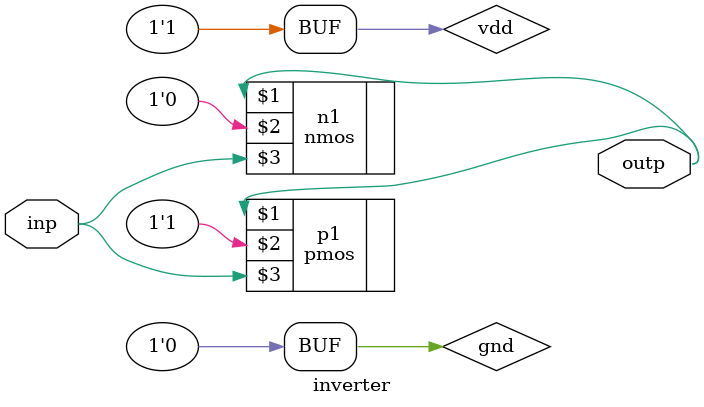
<source format=v>
`timescale 1ns / 1ps


module inverter (input inp, output outp);
    
    supply1 vdd;
    supply0 gnd;

    pmos p1(outp, vdd, inp);
    nmos n1(outp, gnd, inp);
    
endmodule

</source>
